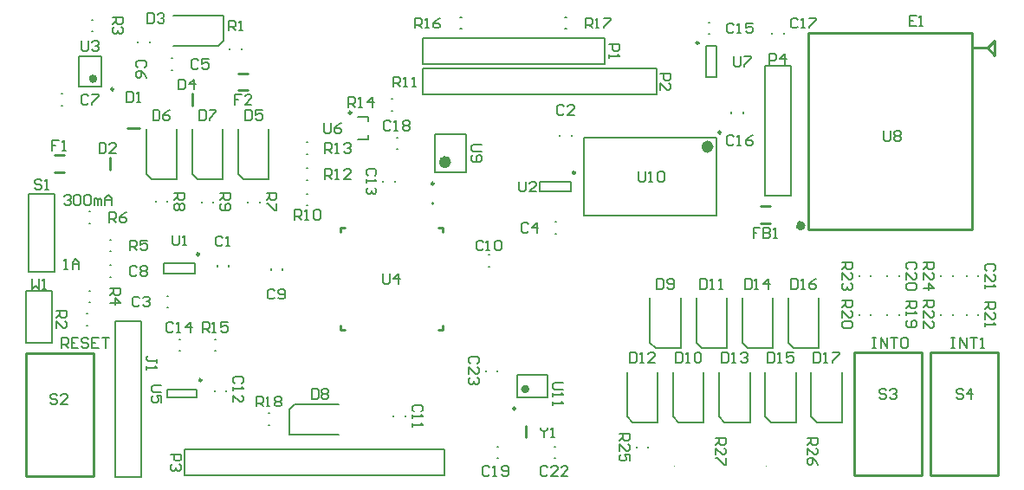
<source format=gto>
G04*
G04 #@! TF.GenerationSoftware,Altium Limited,Altium Designer,21.6.1 (37)*
G04*
G04 Layer_Color=65535*
%FSLAX44Y44*%
%MOMM*%
G71*
G04*
G04 #@! TF.SameCoordinates,E457EF80-1144-4942-8A44-04504F566FFE*
G04*
G04*
G04 #@! TF.FilePolarity,Positive*
G04*
G01*
G75*
%ADD10C,0.2000*%
%ADD11C,0.2500*%
%ADD12C,0.4000*%
%ADD13C,0.6000*%
%ADD14C,0.7620*%
%ADD15C,0.1000*%
%ADD16C,0.2540*%
%ADD17C,0.2032*%
%ADD18C,0.2030*%
D10*
X423500Y290900D02*
G03*
X423500Y290900I-1000J0D01*
G01*
X98500Y405000D02*
Y435000D01*
X76500Y405000D02*
Y435000D01*
Y405000D02*
X98500D01*
X76500Y435000D02*
X98500D01*
X24800Y205200D02*
X50200D01*
Y154400D02*
Y205200D01*
X24800Y154400D02*
X50200D01*
X24800D02*
Y205200D01*
X505000Y101500D02*
X535000D01*
X505000Y123500D02*
X535000D01*
X505000Y101500D02*
Y123500D01*
X535000Y101500D02*
Y123500D01*
X570000Y279500D02*
Y355500D01*
X700000Y279500D02*
Y355500D01*
X570000Y279500D02*
X700000D01*
X570000Y355500D02*
X700000D01*
X455500Y321500D02*
Y358500D01*
X424500Y321500D02*
Y358500D01*
X455500D01*
X424500Y321500D02*
X455500D01*
X700000Y414500D02*
Y445500D01*
X690000Y414500D02*
Y445500D01*
Y414500D02*
X700000D01*
X690000Y445500D02*
X700000D01*
X349250Y376000D02*
X359250D01*
Y371750D02*
Y376000D01*
X349250Y354000D02*
X359250D01*
Y358250D01*
X163000Y101000D02*
X192000D01*
X163000Y109000D02*
X192000D01*
X163000Y101000D02*
Y109000D01*
X192000Y101000D02*
Y109000D01*
X527000Y302500D02*
X558000D01*
X527000Y312500D02*
X558000D01*
X527000Y302500D02*
Y312500D01*
X558000Y302500D02*
Y312500D01*
X159500Y222500D02*
X190500D01*
X159500Y232500D02*
X190500D01*
X159500Y222500D02*
Y232500D01*
X190500Y222500D02*
Y232500D01*
X52700Y224400D02*
Y300600D01*
X27300D02*
X52700D01*
X27300Y224400D02*
Y300600D01*
Y224400D02*
X52700D01*
X621750Y52000D02*
Y53000D01*
X633250Y52000D02*
Y53000D01*
X919250Y219500D02*
Y220500D01*
X930750Y219500D02*
Y220500D01*
X839250Y219500D02*
Y220500D01*
X850750Y219500D02*
Y220500D01*
X919250Y182000D02*
Y183000D01*
X930750Y182000D02*
Y183000D01*
X955750Y182000D02*
Y183000D01*
X944250Y182000D02*
Y183000D01*
X850750Y182000D02*
Y183000D01*
X839250Y182000D02*
Y183000D01*
X878250Y182000D02*
Y183000D01*
X866750Y182000D02*
Y183000D01*
X262000Y85750D02*
X263000D01*
X262000Y74250D02*
X263000D01*
X552000Y461750D02*
X553000D01*
X552000Y473250D02*
X553000D01*
X449500D02*
X450500D01*
X449500Y461750D02*
X450500D01*
X209500Y158250D02*
X210500D01*
X209500Y146750D02*
X210500D01*
X382000Y381750D02*
X383000D01*
X382000Y393250D02*
X383000D01*
X299500Y350750D02*
X300500D01*
X299500Y339250D02*
X300500D01*
X299500Y325750D02*
X300500D01*
X299500Y314250D02*
X300500D01*
X299500Y289250D02*
X300500D01*
X299500Y300750D02*
X300500D01*
X196750Y292000D02*
Y293000D01*
X208250Y292000D02*
Y293000D01*
X151750Y292750D02*
Y293750D01*
X163250Y292750D02*
Y293750D01*
X241750Y292000D02*
Y293000D01*
X253250Y292000D02*
Y293000D01*
X87000Y283250D02*
X88000D01*
X87000Y271750D02*
X88000D01*
X107000Y255750D02*
X108000D01*
X107000Y244250D02*
X108000D01*
X87000Y194250D02*
X88000D01*
X87000Y205750D02*
X88000D01*
X89500Y459250D02*
X90500D01*
X89500Y470750D02*
X90500D01*
X84500Y183250D02*
X85500D01*
X84500Y171750D02*
X85500D01*
X235750Y442000D02*
Y443000D01*
X224250Y442000D02*
Y443000D01*
X747300Y425600D02*
X772700D01*
Y298600D02*
Y425600D01*
X747300Y298600D02*
Y425600D01*
Y298600D02*
X772700D01*
X199350Y50200D02*
X434300D01*
X180300D02*
X199350D01*
X180300Y24800D02*
Y50200D01*
Y24800D02*
X434300D01*
Y50200D01*
X412400Y397300D02*
Y422700D01*
X641000D01*
Y397300D02*
Y422700D01*
X412400Y397300D02*
X641000D01*
X412400Y452700D02*
X590200D01*
X412400Y427300D02*
Y452700D01*
Y427300D02*
X590200D01*
Y452700D01*
X112300Y23200D02*
X137700D01*
X112300Y175600D02*
X137700D01*
Y23200D02*
Y175600D01*
X112300Y23200D02*
Y175600D01*
X474250Y127000D02*
Y128000D01*
X485750Y127000D02*
Y128000D01*
X541250Y41750D02*
X542250D01*
X541250Y53250D02*
X542250D01*
X944250Y219500D02*
Y220500D01*
X955750Y219500D02*
Y220500D01*
X866750Y219500D02*
Y220500D01*
X878250Y219500D02*
Y220500D01*
X485250Y53250D02*
X486250D01*
X485250Y41750D02*
X486250D01*
X387000Y355750D02*
X388000D01*
X387000Y344250D02*
X388000D01*
X754250Y457000D02*
Y458000D01*
X765750Y457000D02*
Y458000D01*
X714250Y379500D02*
Y380500D01*
X725750Y379500D02*
Y380500D01*
X692000Y456750D02*
X693000D01*
X692000Y468250D02*
X693000D01*
X174500Y146750D02*
X175500D01*
X174500Y158250D02*
X175500D01*
X385750Y312000D02*
Y313000D01*
X374250Y312000D02*
Y313000D01*
X209250Y107000D02*
Y108000D01*
X220750Y107000D02*
Y108000D01*
X384250Y82750D02*
Y83750D01*
X395750Y82750D02*
Y83750D01*
X477000Y240750D02*
X478000D01*
X477000Y229250D02*
X478000D01*
X264250Y226250D02*
Y227250D01*
X275750Y226250D02*
Y227250D01*
X107000Y219250D02*
X108000D01*
X107000Y230750D02*
X108000D01*
X59500Y386750D02*
X60500D01*
X59500Y398250D02*
X60500D01*
X145750Y448750D02*
Y449750D01*
X134250Y448750D02*
Y449750D01*
X167500Y421750D02*
X168500D01*
X167500Y433250D02*
X168500D01*
X542000Y273250D02*
X543000D01*
X542000Y261750D02*
X543000D01*
X162750Y200750D02*
X163750D01*
X162750Y189250D02*
X163750D01*
X558250Y357000D02*
Y358000D01*
X546750Y357000D02*
Y358000D01*
X211750Y229500D02*
Y230500D01*
X223250Y229500D02*
Y230500D01*
D11*
X110750Y402750D02*
G03*
X110750Y402750I-1250J0D01*
G01*
X503500Y90500D02*
G03*
X503500Y90500I-1250J0D01*
G01*
X704250Y360500D02*
G03*
X704250Y360500I-1250J0D01*
G01*
X423750Y310500D02*
G03*
X423750Y310500I-1250J0D01*
G01*
X682500Y448000D02*
G03*
X682500Y448000I-1250J0D01*
G01*
X343000Y379750D02*
G03*
X343000Y379750I-1250J0D01*
G01*
X196750Y118250D02*
G03*
X196750Y118250I-1250J0D01*
G01*
X561750Y321250D02*
G03*
X561750Y321250I-1250J0D01*
G01*
X194250Y241250D02*
G03*
X194250Y241250I-1250J0D01*
G01*
D12*
X92500Y413000D02*
G03*
X92500Y413000I-2000J0D01*
G01*
X515000Y109500D02*
G03*
X515000Y109500I-2000J0D01*
G01*
D13*
X694000Y346500D02*
G03*
X694000Y346500I-3000J0D01*
G01*
X437500Y331500D02*
G03*
X437500Y331500I-3000J0D01*
G01*
D14*
X783000Y269229D02*
G03*
X783000Y269229I-1000J0D01*
G01*
D15*
X658712Y34276D02*
G03*
X658712Y34276I-500J0D01*
G01*
X748712D02*
G03*
X748712Y34276I-500J0D01*
G01*
D16*
X24750Y144750D02*
X90750D01*
X24750Y24750D02*
X90750D01*
Y144750D01*
X24750Y24750D02*
Y144750D01*
X428450Y267500D02*
X432500D01*
X332500D02*
X336550D01*
X428450Y167500D02*
X432500D01*
X332500D02*
X336550D01*
X432500Y263450D02*
Y267500D01*
X332500Y263450D02*
Y267500D01*
X432500Y167500D02*
Y171550D01*
X332500Y167500D02*
Y171550D01*
X513732Y62093D02*
Y73093D01*
X950000Y265229D02*
Y458229D01*
X790000Y265229D02*
X950000D01*
X790000D02*
Y458229D01*
X950000D01*
X950000Y443229D02*
X964000D01*
X965000D01*
X972000Y450229D01*
X965000Y443229D02*
X972000Y436230D01*
Y450229D01*
X909250Y25250D02*
X975250D01*
X909250Y145250D02*
X975250D01*
X909250Y25250D02*
Y145250D01*
X975250Y25250D02*
Y145250D01*
X834250Y25250D02*
X900250D01*
X834250Y145250D02*
X900250D01*
X834250Y25250D02*
Y145250D01*
X900250Y25250D02*
Y145250D01*
X743000Y288250D02*
X752000D01*
X743000Y271750D02*
X752000D01*
X232750Y418250D02*
X241750D01*
X232750Y401750D02*
X241750D01*
X53000Y338250D02*
X62000D01*
X53000Y321750D02*
X62000D01*
X187500Y386500D02*
Y398500D01*
X107500Y324000D02*
Y336000D01*
X124000Y365000D02*
X136000D01*
D17*
X797848Y77020D02*
X822500D01*
X792500Y82368D02*
X797848Y77020D01*
X792500Y82368D02*
Y89000D01*
X822500Y77020D02*
Y126000D01*
X792500Y89000D02*
Y126000D01*
X775348Y149520D02*
X800000D01*
X770000Y154868D02*
X775348Y149520D01*
X770000Y154868D02*
Y161500D01*
X800000Y149520D02*
Y198500D01*
X770000Y161500D02*
Y198500D01*
X752848Y77020D02*
X777500D01*
X747500Y82368D02*
X752848Y77020D01*
X747500Y82368D02*
Y89000D01*
X777500Y77020D02*
Y126000D01*
X747500Y89000D02*
Y126000D01*
X730348Y149520D02*
X755000D01*
X725000Y154868D02*
X730348Y149520D01*
X725000Y154868D02*
Y161500D01*
X755000Y149520D02*
Y198500D01*
X725000Y161500D02*
Y198500D01*
X707848Y77020D02*
X732500D01*
X702500Y82368D02*
X707848Y77020D01*
X702500Y82368D02*
Y89000D01*
X732500Y77020D02*
Y126000D01*
X702500Y89000D02*
Y126000D01*
X617848Y77020D02*
X642500D01*
X612500Y82368D02*
X617848Y77020D01*
X612500Y82368D02*
Y89000D01*
X642500Y77020D02*
Y126000D01*
X612500Y89000D02*
Y126000D01*
X685348Y149520D02*
X710000D01*
X680000Y154868D02*
X685348Y149520D01*
X680000Y154868D02*
Y161500D01*
X710000Y149520D02*
Y198500D01*
X680000Y161500D02*
Y198500D01*
X662848Y77020D02*
X687500D01*
X657500Y82368D02*
X662848Y77020D01*
X657500Y82368D02*
Y89000D01*
X687500Y77020D02*
Y126000D01*
X657500Y89000D02*
Y126000D01*
X640348Y149520D02*
X665000D01*
X635000Y154868D02*
X640348Y149520D01*
X635000Y154868D02*
Y161500D01*
X665000Y149520D02*
Y198500D01*
X635000Y161500D02*
Y198500D01*
X282020Y65000D02*
Y89652D01*
X287368Y95000D01*
X294000D01*
X282020Y65000D02*
X331000D01*
X294000Y95000D02*
X331000D01*
X192848Y314520D02*
X217500D01*
X187500Y319868D02*
X192848Y314520D01*
X187500Y319868D02*
Y326500D01*
X217500Y314520D02*
Y363500D01*
X187500Y326500D02*
Y363500D01*
X147848Y314520D02*
X172500D01*
X142500Y319868D02*
X147848Y314520D01*
X142500Y319868D02*
Y326500D01*
X172500Y314520D02*
Y363500D01*
X142500Y326500D02*
Y363500D01*
X237848Y314520D02*
X262500D01*
X232500Y319868D02*
X237848Y314520D01*
X232500Y319868D02*
Y326500D01*
X262500Y314520D02*
Y363500D01*
X232500Y326500D02*
Y363500D01*
X217980Y450348D02*
Y475000D01*
X212632Y445000D02*
X217980Y450348D01*
X206000Y445000D02*
X212632D01*
X169000Y475000D02*
X217980D01*
X169000Y445000D02*
X206000D01*
X55834Y103332D02*
X54168Y104998D01*
X50835D01*
X49169Y103332D01*
Y101666D01*
X50835Y100000D01*
X54168D01*
X55834Y98334D01*
Y96668D01*
X54168Y95002D01*
X50835D01*
X49169Y96668D01*
X65831Y95002D02*
X59166D01*
X65831Y101666D01*
Y103332D01*
X64165Y104998D01*
X60832D01*
X59166Y103332D01*
X110002Y473331D02*
X119998D01*
Y468332D01*
X118332Y466666D01*
X115000D01*
X113334Y468332D01*
Y473331D01*
Y469998D02*
X110002Y466666D01*
X118332Y463334D02*
X119998Y461668D01*
Y458335D01*
X118332Y456669D01*
X116666D01*
X115000Y458335D01*
Y460002D01*
Y458335D01*
X113334Y456669D01*
X111668D01*
X110002Y458335D01*
Y461668D01*
X111668Y463334D01*
X902502Y195829D02*
X912498D01*
Y190831D01*
X910832Y189165D01*
X907500D01*
X905834Y190831D01*
Y195829D01*
Y192497D02*
X902502Y189165D01*
Y179168D02*
Y185832D01*
X909166Y179168D01*
X910832D01*
X912498Y180834D01*
Y184166D01*
X910832Y185832D01*
X902502Y169171D02*
Y175835D01*
X909166Y169171D01*
X910832D01*
X912498Y170837D01*
Y174169D01*
X910832Y175835D01*
X962502Y194163D02*
X972498D01*
Y189165D01*
X970832Y187498D01*
X967500D01*
X965834Y189165D01*
Y194163D01*
Y190831D02*
X962502Y187498D01*
Y177502D02*
Y184166D01*
X969166Y177502D01*
X970832D01*
X972498Y179168D01*
Y182500D01*
X970832Y184166D01*
X962502Y174169D02*
Y170837D01*
Y172503D01*
X972498D01*
X970832Y174169D01*
X822502Y195829D02*
X832498D01*
Y190831D01*
X830832Y189165D01*
X827500D01*
X825834Y190831D01*
Y195829D01*
Y192497D02*
X822502Y189165D01*
Y179168D02*
Y185832D01*
X829166Y179168D01*
X830832D01*
X832498Y180834D01*
Y184166D01*
X830832Y185832D01*
Y175835D02*
X832498Y174169D01*
Y170837D01*
X830832Y169171D01*
X824168D01*
X822502Y170837D01*
Y174169D01*
X824168Y175835D01*
X830832D01*
X885002Y194996D02*
X894998D01*
Y189998D01*
X893332Y188331D01*
X890000D01*
X888334Y189998D01*
Y194996D01*
Y191664D02*
X885002Y188331D01*
Y184999D02*
Y181667D01*
Y183333D01*
X894998D01*
X893332Y184999D01*
X886668Y176668D02*
X885002Y175002D01*
Y171670D01*
X886668Y170004D01*
X893332D01*
X894998Y171670D01*
Y175002D01*
X893332Y176668D01*
X891666D01*
X890000Y175002D01*
Y170004D01*
X96669Y349998D02*
Y340002D01*
X101668D01*
X103334Y341668D01*
Y348332D01*
X101668Y349998D01*
X96669D01*
X113331Y340002D02*
X106666D01*
X113331Y346666D01*
Y348332D01*
X111664Y349998D01*
X108332D01*
X106666Y348332D01*
X57500Y352498D02*
X50835D01*
Y347500D01*
X54168D01*
X50835D01*
Y342502D01*
X60832D02*
X64165D01*
X62498D01*
Y352498D01*
X60832Y350832D01*
X374169Y222498D02*
Y214168D01*
X375835Y212502D01*
X379168D01*
X380834Y214168D01*
Y222498D01*
X389165Y212502D02*
Y222498D01*
X384166Y217500D01*
X390831D01*
X152498Y135000D02*
Y138332D01*
Y136666D01*
X144168D01*
X142502Y138332D01*
Y139998D01*
X144168Y141664D01*
X142502Y131668D02*
Y128336D01*
Y130002D01*
X152498D01*
X150832Y131668D01*
X705004Y144998D02*
Y135002D01*
X710002D01*
X711668Y136668D01*
Y143332D01*
X710002Y144998D01*
X705004D01*
X715001Y135002D02*
X718333D01*
X716667D01*
Y144998D01*
X715001Y143332D01*
X723331D02*
X724998Y144998D01*
X728330D01*
X729996Y143332D01*
Y141666D01*
X728330Y140000D01*
X726664D01*
X728330D01*
X729996Y138334D01*
Y136668D01*
X728330Y135002D01*
X724998D01*
X723331Y136668D01*
X684170Y217498D02*
Y207502D01*
X689169D01*
X690835Y209168D01*
Y215832D01*
X689169Y217498D01*
X684170D01*
X694167Y207502D02*
X697499D01*
X695833D01*
Y217498D01*
X694167Y215832D01*
X702498Y207502D02*
X705830D01*
X704164D01*
Y217498D01*
X702498Y215832D01*
X660004Y144998D02*
Y135002D01*
X665002D01*
X666668Y136668D01*
Y143332D01*
X665002Y144998D01*
X660004D01*
X670001Y135002D02*
X673333D01*
X671667D01*
Y144998D01*
X670001Y143332D01*
X678332D02*
X679998Y144998D01*
X683330D01*
X684996Y143332D01*
Y136668D01*
X683330Y135002D01*
X679998D01*
X678332Y136668D01*
Y143332D01*
X641669Y217498D02*
Y207502D01*
X646668D01*
X648334Y209168D01*
Y215832D01*
X646668Y217498D01*
X641669D01*
X651666Y209168D02*
X653332Y207502D01*
X656665D01*
X658331Y209168D01*
Y215832D01*
X656665Y217498D01*
X653332D01*
X651666Y215832D01*
Y214166D01*
X653332Y212500D01*
X658331D01*
X863169Y362228D02*
Y353897D01*
X864836Y352231D01*
X868168D01*
X869834Y353897D01*
Y362228D01*
X873166Y360562D02*
X874832Y362228D01*
X878165D01*
X879831Y360562D01*
Y358895D01*
X878165Y357229D01*
X879831Y355563D01*
Y353897D01*
X878165Y352231D01*
X874832D01*
X873166Y353897D01*
Y355563D01*
X874832Y357229D01*
X873166Y358895D01*
Y360562D01*
X874832Y357229D02*
X878165D01*
X699002Y61829D02*
X708998D01*
Y56831D01*
X707332Y55164D01*
X704000D01*
X702334Y56831D01*
Y61829D01*
Y58497D02*
X699002Y55164D01*
Y45168D02*
Y51832D01*
X705666Y45168D01*
X707332D01*
X708998Y46834D01*
Y50166D01*
X707332Y51832D01*
X708998Y41835D02*
Y35171D01*
X707332D01*
X700668Y41835D01*
X699002D01*
X789002Y61829D02*
X798998D01*
Y56831D01*
X797332Y55164D01*
X794000D01*
X792334Y56831D01*
Y61829D01*
Y58497D02*
X789002Y55164D01*
Y45168D02*
Y51832D01*
X795666Y45168D01*
X797332D01*
X798998Y46834D01*
Y50166D01*
X797332Y51832D01*
X798998Y35171D02*
X797332Y38503D01*
X794000Y41835D01*
X790668D01*
X789002Y40169D01*
Y36837D01*
X790668Y35171D01*
X792334D01*
X794000Y36837D01*
Y41835D01*
X40000Y313332D02*
X38334Y314998D01*
X35002D01*
X33335Y313332D01*
Y311666D01*
X35002Y310000D01*
X38334D01*
X40000Y308334D01*
Y306668D01*
X38334Y305002D01*
X35002D01*
X33335Y306668D01*
X43332Y305002D02*
X46665D01*
X44998D01*
Y314998D01*
X43332Y313332D01*
X174169Y412498D02*
Y402502D01*
X179168D01*
X180834Y404168D01*
Y410832D01*
X179168Y412498D01*
X174169D01*
X189165Y402502D02*
Y412498D01*
X184166Y407500D01*
X190831D01*
X123336Y399998D02*
Y390002D01*
X128334D01*
X130000Y391668D01*
Y398332D01*
X128334Y399998D01*
X123336D01*
X133332Y390002D02*
X136664D01*
X134998D01*
Y399998D01*
X133332Y398332D01*
X742502Y267498D02*
X735837D01*
Y262500D01*
X739169D01*
X735837D01*
Y257502D01*
X745834Y267498D02*
Y257502D01*
X750832D01*
X752498Y259168D01*
Y260834D01*
X750832Y262500D01*
X745834D01*
X750832D01*
X752498Y264166D01*
Y265832D01*
X750832Y267498D01*
X745834D01*
X755831Y257502D02*
X759163D01*
X757497D01*
Y267498D01*
X755831Y265832D01*
X605002Y65829D02*
X614998D01*
Y60831D01*
X613332Y59165D01*
X610000D01*
X608334Y60831D01*
Y65829D01*
Y62497D02*
X605002Y59165D01*
Y49168D02*
Y55832D01*
X611666Y49168D01*
X613332D01*
X614998Y50834D01*
Y54166D01*
X613332Y55832D01*
X614998Y39171D02*
Y45835D01*
X610000D01*
X611666Y42503D01*
Y40837D01*
X610000Y39171D01*
X606668D01*
X605002Y40837D01*
Y44169D01*
X606668Y45835D01*
X902502Y233329D02*
X912498D01*
Y228331D01*
X910832Y226665D01*
X907500D01*
X905834Y228331D01*
Y233329D01*
Y229997D02*
X902502Y226665D01*
Y216668D02*
Y223332D01*
X909166Y216668D01*
X910832D01*
X912498Y218334D01*
Y221666D01*
X910832Y223332D01*
X902502Y208337D02*
X912498D01*
X907500Y213335D01*
Y206671D01*
X822502Y233329D02*
X832498D01*
Y228331D01*
X830832Y226665D01*
X827500D01*
X825834Y228331D01*
Y233329D01*
Y229997D02*
X822502Y226665D01*
Y216668D02*
Y223332D01*
X829166Y216668D01*
X830832D01*
X832498Y218334D01*
Y221666D01*
X830832Y223332D01*
Y213335D02*
X832498Y211669D01*
Y208337D01*
X830832Y206671D01*
X829166D01*
X827500Y208337D01*
Y210003D01*
Y208337D01*
X825834Y206671D01*
X824168D01*
X822502Y208337D01*
Y211669D01*
X824168Y213335D01*
X250004Y92502D02*
Y102498D01*
X255002D01*
X256669Y100832D01*
Y97500D01*
X255002Y95834D01*
X250004D01*
X253336D02*
X256669Y92502D01*
X260001D02*
X263333D01*
X261667D01*
Y102498D01*
X260001Y100832D01*
X268332D02*
X269998Y102498D01*
X273330D01*
X274996Y100832D01*
Y99166D01*
X273330Y97500D01*
X274996Y95834D01*
Y94168D01*
X273330Y92502D01*
X269998D01*
X268332Y94168D01*
Y95834D01*
X269998Y97500D01*
X268332Y99166D01*
Y100832D01*
X269998Y97500D02*
X273330D01*
X197504Y165002D02*
Y174998D01*
X202502D01*
X204169Y173332D01*
Y170000D01*
X202502Y168334D01*
X197504D01*
X200836D02*
X204169Y165002D01*
X207501D02*
X210833D01*
X209167D01*
Y174998D01*
X207501Y173332D01*
X222496Y174998D02*
X215832D01*
Y170000D01*
X219164Y171666D01*
X220830D01*
X222496Y170000D01*
Y166668D01*
X220830Y165002D01*
X217498D01*
X215832Y166668D01*
X571754Y462502D02*
Y472498D01*
X576752D01*
X578419Y470832D01*
Y467500D01*
X576752Y465834D01*
X571754D01*
X575086D02*
X578419Y462502D01*
X581751D02*
X585083D01*
X583417D01*
Y472498D01*
X581751Y470832D01*
X590081Y472498D02*
X596746D01*
Y470832D01*
X590081Y464168D01*
Y462502D01*
X405004D02*
Y472498D01*
X410002D01*
X411669Y470832D01*
Y467500D01*
X410002Y465834D01*
X405004D01*
X408336D02*
X411669Y462502D01*
X415001D02*
X418333D01*
X416667D01*
Y472498D01*
X415001Y470832D01*
X429996Y472498D02*
X426664Y470832D01*
X423331Y467500D01*
Y464168D01*
X424998Y462502D01*
X428330D01*
X429996Y464168D01*
Y465834D01*
X428330Y467500D01*
X423331D01*
X340004Y385002D02*
Y394998D01*
X345002D01*
X346669Y393332D01*
Y390000D01*
X345002Y388334D01*
X340004D01*
X343336D02*
X346669Y385002D01*
X350001D02*
X353333D01*
X351667D01*
Y394998D01*
X350001Y393332D01*
X363330Y385002D02*
Y394998D01*
X358331Y390000D01*
X364996D01*
X317504Y340002D02*
Y349998D01*
X322502D01*
X324169Y348332D01*
Y345000D01*
X322502Y343334D01*
X317504D01*
X320836D02*
X324169Y340002D01*
X327501D02*
X330833D01*
X329167D01*
Y349998D01*
X327501Y348332D01*
X335831D02*
X337498Y349998D01*
X340830D01*
X342496Y348332D01*
Y346666D01*
X340830Y345000D01*
X339164D01*
X340830D01*
X342496Y343334D01*
Y341668D01*
X340830Y340002D01*
X337498D01*
X335831Y341668D01*
X317504Y315002D02*
Y324998D01*
X322502D01*
X324169Y323332D01*
Y320000D01*
X322502Y318334D01*
X317504D01*
X320836D02*
X324169Y315002D01*
X327501D02*
X330833D01*
X329167D01*
Y324998D01*
X327501Y323332D01*
X342496Y315002D02*
X335831D01*
X342496Y321666D01*
Y323332D01*
X340830Y324998D01*
X337498D01*
X335831Y323332D01*
X287504Y275002D02*
Y284998D01*
X292502D01*
X294169Y283332D01*
Y280000D01*
X292502Y278334D01*
X287504D01*
X290836D02*
X294169Y275002D01*
X297501D02*
X300833D01*
X299167D01*
Y284998D01*
X297501Y283332D01*
X305832D02*
X307498Y284998D01*
X310830D01*
X312496Y283332D01*
Y276668D01*
X310830Y275002D01*
X307498D01*
X305832Y276668D01*
Y283332D01*
X107502Y208331D02*
X117498D01*
Y203332D01*
X115832Y201666D01*
X112500D01*
X110834Y203332D01*
Y208331D01*
Y204998D02*
X107502Y201666D01*
Y193335D02*
X117498D01*
X112500Y198334D01*
Y191669D01*
X215002Y300831D02*
X224998D01*
Y295832D01*
X223332Y294166D01*
X220000D01*
X218334Y295832D01*
Y300831D01*
Y297498D02*
X215002Y294166D01*
X216668Y290834D02*
X215002Y289168D01*
Y285835D01*
X216668Y284169D01*
X223332D01*
X224998Y285835D01*
Y289168D01*
X223332Y290834D01*
X221666D01*
X220000Y289168D01*
Y284169D01*
X170002Y300831D02*
X179998D01*
Y295832D01*
X178332Y294166D01*
X175000D01*
X173334Y295832D01*
Y300831D01*
Y297498D02*
X170002Y294166D01*
X178332Y290834D02*
X179998Y289168D01*
Y285835D01*
X178332Y284169D01*
X176666D01*
X175000Y285835D01*
X173334Y284169D01*
X171668D01*
X170002Y285835D01*
Y289168D01*
X171668Y290834D01*
X173334D01*
X175000Y289168D01*
X176666Y290834D01*
X178332D01*
X175000Y289168D02*
Y285835D01*
X260002Y300831D02*
X269998D01*
Y295832D01*
X268332Y294166D01*
X265000D01*
X263334Y295832D01*
Y300831D01*
Y297498D02*
X260002Y294166D01*
X269998Y290834D02*
Y284169D01*
X268332D01*
X261668Y290834D01*
X260002D01*
X55002Y185831D02*
X64998D01*
Y180832D01*
X63332Y179166D01*
X60000D01*
X58334Y180832D01*
Y185831D01*
Y182498D02*
X55002Y179166D01*
Y169169D02*
Y175834D01*
X61666Y169169D01*
X63332D01*
X64998Y170835D01*
Y174168D01*
X63332Y175834D01*
X106669Y272502D02*
Y282498D01*
X111668D01*
X113334Y280832D01*
Y277500D01*
X111668Y275834D01*
X106669D01*
X110002D02*
X113334Y272502D01*
X123331Y282498D02*
X119998Y280832D01*
X116666Y277500D01*
Y274168D01*
X118332Y272502D01*
X121664D01*
X123331Y274168D01*
Y275834D01*
X121664Y277500D01*
X116666D01*
X126669Y245002D02*
Y254998D01*
X131668D01*
X133334Y253332D01*
Y250000D01*
X131668Y248334D01*
X126669D01*
X130002D02*
X133334Y245002D01*
X143331Y254998D02*
X136666D01*
Y250000D01*
X139998Y251666D01*
X141664D01*
X143331Y250000D01*
Y246668D01*
X141664Y245002D01*
X138332D01*
X136666Y246668D01*
X223335Y460002D02*
Y469998D01*
X228334D01*
X230000Y468332D01*
Y465000D01*
X228334Y463334D01*
X223335D01*
X226668D02*
X230000Y460002D01*
X233332D02*
X236665D01*
X234998D01*
Y469998D01*
X233332Y468332D01*
X795004Y144998D02*
Y135002D01*
X800002D01*
X801669Y136668D01*
Y143332D01*
X800002Y144998D01*
X795004D01*
X805001Y135002D02*
X808333D01*
X806667D01*
Y144998D01*
X805001Y143332D01*
X813332Y144998D02*
X819996D01*
Y143332D01*
X813332Y136668D01*
Y135002D01*
X772504Y217498D02*
Y207502D01*
X777502D01*
X779168Y209168D01*
Y215832D01*
X777502Y217498D01*
X772504D01*
X782501Y207502D02*
X785833D01*
X784167D01*
Y217498D01*
X782501Y215832D01*
X797496Y217498D02*
X794164Y215832D01*
X790832Y212500D01*
Y209168D01*
X792498Y207502D01*
X795830D01*
X797496Y209168D01*
Y210834D01*
X795830Y212500D01*
X790832D01*
X750004Y144998D02*
Y135002D01*
X755002D01*
X756668Y136668D01*
Y143332D01*
X755002Y144998D01*
X750004D01*
X760001Y135002D02*
X763333D01*
X761667D01*
Y144998D01*
X760001Y143332D01*
X774996Y144998D02*
X768332D01*
Y140000D01*
X771664Y141666D01*
X773330D01*
X774996Y140000D01*
Y136668D01*
X773330Y135002D01*
X769998D01*
X768332Y136668D01*
X727504Y217498D02*
Y207502D01*
X732502D01*
X734168Y209168D01*
Y215832D01*
X732502Y217498D01*
X727504D01*
X737501Y207502D02*
X740833D01*
X739167D01*
Y217498D01*
X737501Y215832D01*
X750830Y207502D02*
Y217498D01*
X745832Y212500D01*
X752496D01*
X615004Y144998D02*
Y135002D01*
X620002D01*
X621669Y136668D01*
Y143332D01*
X620002Y144998D01*
X615004D01*
X625001Y135002D02*
X628333D01*
X626667D01*
Y144998D01*
X625001Y143332D01*
X639996Y135002D02*
X633331D01*
X639996Y141666D01*
Y143332D01*
X638330Y144998D01*
X634998D01*
X633331Y143332D01*
X304169Y109998D02*
Y100002D01*
X309168D01*
X310834Y101668D01*
Y108332D01*
X309168Y109998D01*
X304169D01*
X314166Y108332D02*
X315832Y109998D01*
X319165D01*
X320831Y108332D01*
Y106666D01*
X319165Y105000D01*
X320831Y103334D01*
Y101668D01*
X319165Y100002D01*
X315832D01*
X314166Y101668D01*
Y103334D01*
X315832Y105000D01*
X314166Y106666D01*
Y108332D01*
X315832Y105000D02*
X319165D01*
X194169Y382498D02*
Y372502D01*
X199168D01*
X200834Y374168D01*
Y380832D01*
X199168Y382498D01*
X194169D01*
X204166D02*
X210831D01*
Y380832D01*
X204166Y374168D01*
Y372502D01*
X149169Y382498D02*
Y372502D01*
X154168D01*
X155834Y374168D01*
Y380832D01*
X154168Y382498D01*
X149169D01*
X165831D02*
X162498Y380832D01*
X159166Y377500D01*
Y374168D01*
X160832Y372502D01*
X164165D01*
X165831Y374168D01*
Y375834D01*
X164165Y377500D01*
X159166D01*
X239169Y382498D02*
Y372502D01*
X244168D01*
X245834Y374168D01*
Y380832D01*
X244168Y382498D01*
X239169D01*
X255831D02*
X249166D01*
Y377500D01*
X252498Y379166D01*
X254165D01*
X255831Y377500D01*
Y374168D01*
X254165Y372502D01*
X250832D01*
X249166Y374168D01*
X143419Y477498D02*
Y467502D01*
X148418D01*
X150084Y469168D01*
Y475832D01*
X148418Y477498D01*
X143419D01*
X153416Y475832D02*
X155082Y477498D01*
X158414D01*
X160081Y475832D01*
Y474166D01*
X158414Y472500D01*
X156748D01*
X158414D01*
X160081Y470834D01*
Y469168D01*
X158414Y467502D01*
X155082D01*
X153416Y469168D01*
X384170Y405002D02*
Y414998D01*
X389169D01*
X390835Y413332D01*
Y410000D01*
X389169Y408334D01*
X384170D01*
X387502D02*
X390835Y405002D01*
X394167D02*
X397499D01*
X395833D01*
Y414998D01*
X394167Y413332D01*
X402498Y405002D02*
X405830D01*
X404164D01*
Y414998D01*
X402498Y413332D01*
X465832Y134164D02*
X467498Y135831D01*
Y139163D01*
X465832Y140829D01*
X459168D01*
X457502Y139163D01*
Y135831D01*
X459168Y134164D01*
X457502Y124168D02*
Y130832D01*
X464166Y124168D01*
X465832D01*
X467498Y125834D01*
Y129166D01*
X465832Y130832D01*
Y120835D02*
X467498Y119169D01*
Y115837D01*
X465832Y114171D01*
X464166D01*
X462500Y115837D01*
Y117503D01*
Y115837D01*
X460834Y114171D01*
X459168D01*
X457502Y115837D01*
Y119169D01*
X459168Y120835D01*
X534585Y32832D02*
X532919Y34499D01*
X529587D01*
X527921Y32832D01*
Y26168D01*
X529587Y24502D01*
X532919D01*
X534585Y26168D01*
X544582Y24502D02*
X537918D01*
X544582Y31166D01*
Y32832D01*
X542916Y34499D01*
X539584D01*
X537918Y32832D01*
X554579Y24502D02*
X547915D01*
X554579Y31166D01*
Y32832D01*
X552913Y34499D01*
X549581D01*
X547915Y32832D01*
X970832Y224998D02*
X972498Y226665D01*
Y229997D01*
X970832Y231663D01*
X964168D01*
X962502Y229997D01*
Y226665D01*
X964168Y224998D01*
X962502Y215002D02*
Y221666D01*
X969166Y215002D01*
X970832D01*
X972498Y216668D01*
Y220000D01*
X970832Y221666D01*
X962502Y211669D02*
Y208337D01*
Y210003D01*
X972498D01*
X970832Y211669D01*
X893332Y226665D02*
X894998Y228331D01*
Y231663D01*
X893332Y233329D01*
X886668D01*
X885002Y231663D01*
Y228331D01*
X886668Y226665D01*
X885002Y216668D02*
Y223332D01*
X891666Y216668D01*
X893332D01*
X894998Y218334D01*
Y221666D01*
X893332Y223332D01*
Y213335D02*
X894998Y211669D01*
Y208337D01*
X893332Y206671D01*
X886668D01*
X885002Y208337D01*
Y211669D01*
X886668Y213335D01*
X893332D01*
X477919Y32832D02*
X476252Y34499D01*
X472920D01*
X471254Y32832D01*
Y26168D01*
X472920Y24502D01*
X476252D01*
X477919Y26168D01*
X481251Y24502D02*
X484583D01*
X482917D01*
Y34499D01*
X481251Y32832D01*
X489581Y26168D02*
X491248Y24502D01*
X494580D01*
X496246Y26168D01*
Y32832D01*
X494580Y34499D01*
X491248D01*
X489581Y32832D01*
Y31166D01*
X491248Y29500D01*
X496246D01*
X779168Y470832D02*
X777502Y472498D01*
X774170D01*
X772504Y470832D01*
Y464168D01*
X774170Y462502D01*
X777502D01*
X779168Y464168D01*
X782501Y462502D02*
X785833D01*
X784167D01*
Y472498D01*
X782501Y470832D01*
X790832Y472498D02*
X797496D01*
Y470832D01*
X790832Y464168D01*
Y462502D01*
X716668Y355832D02*
X715002Y357498D01*
X711670D01*
X710004Y355832D01*
Y349168D01*
X711670Y347502D01*
X715002D01*
X716668Y349168D01*
X720001Y347502D02*
X723333D01*
X721667D01*
Y357498D01*
X720001Y355832D01*
X734996Y357498D02*
X731664Y355832D01*
X728332Y352500D01*
Y349168D01*
X729998Y347502D01*
X733330D01*
X734996Y349168D01*
Y350834D01*
X733330Y352500D01*
X728332D01*
X381669Y370832D02*
X380002Y372498D01*
X376670D01*
X375004Y370832D01*
Y364168D01*
X376670Y362502D01*
X380002D01*
X381669Y364168D01*
X385001Y362502D02*
X388333D01*
X386667D01*
Y372498D01*
X385001Y370832D01*
X393331D02*
X394998Y372498D01*
X398330D01*
X399996Y370832D01*
Y369166D01*
X398330Y367500D01*
X399996Y365834D01*
Y364168D01*
X398330Y362502D01*
X394998D01*
X393331Y364168D01*
Y365834D01*
X394998Y367500D01*
X393331Y369166D01*
Y370832D01*
X394998Y367500D02*
X398330D01*
X716668Y465832D02*
X715002Y467498D01*
X711670D01*
X710004Y465832D01*
Y459168D01*
X711670Y457502D01*
X715002D01*
X716668Y459168D01*
X720001Y457502D02*
X723333D01*
X721667D01*
Y467498D01*
X720001Y465832D01*
X734996Y467498D02*
X728332D01*
Y462500D01*
X731664Y464166D01*
X733330D01*
X734996Y462500D01*
Y459168D01*
X733330Y457502D01*
X729998D01*
X728332Y459168D01*
X169168Y173332D02*
X167502Y174998D01*
X164170D01*
X162504Y173332D01*
Y166668D01*
X164170Y165002D01*
X167502D01*
X169168Y166668D01*
X172501Y165002D02*
X175833D01*
X174167D01*
Y174998D01*
X172501Y173332D01*
X185830Y165002D02*
Y174998D01*
X180832Y170000D01*
X187496D01*
X235832Y115082D02*
X237498Y116748D01*
Y120080D01*
X235832Y121746D01*
X229168D01*
X227502Y120080D01*
Y116748D01*
X229168Y115082D01*
X227502Y111749D02*
Y108417D01*
Y110083D01*
X237498D01*
X235832Y111749D01*
X227502Y96754D02*
Y103419D01*
X234166Y96754D01*
X235832D01*
X237498Y98420D01*
Y101752D01*
X235832Y103419D01*
X365832Y318331D02*
X367498Y319998D01*
Y323330D01*
X365832Y324996D01*
X359168D01*
X357502Y323330D01*
Y319998D01*
X359168Y318331D01*
X357502Y314999D02*
Y311667D01*
Y313333D01*
X367498D01*
X365832Y314999D01*
Y306668D02*
X367498Y305002D01*
Y301670D01*
X365832Y300004D01*
X364166D01*
X362500Y301670D01*
Y303336D01*
Y301670D01*
X360834Y300004D01*
X359168D01*
X357502Y301670D01*
Y305002D01*
X359168Y306668D01*
X410832Y87415D02*
X412498Y89081D01*
Y92414D01*
X410832Y94080D01*
X404168D01*
X402502Y92414D01*
Y89081D01*
X404168Y87415D01*
X402502Y84083D02*
Y80751D01*
Y82417D01*
X412498D01*
X410832Y84083D01*
X402502Y75752D02*
Y72420D01*
Y74086D01*
X412498D01*
X410832Y75752D01*
X471669Y253332D02*
X470002Y254998D01*
X466670D01*
X465004Y253332D01*
Y246668D01*
X466670Y245002D01*
X470002D01*
X471669Y246668D01*
X475001Y245002D02*
X478333D01*
X476667D01*
Y254998D01*
X475001Y253332D01*
X483331D02*
X484998Y254998D01*
X488330D01*
X489996Y253332D01*
Y246668D01*
X488330Y245002D01*
X484998D01*
X483331Y246668D01*
Y253332D01*
X268334Y205832D02*
X266668Y207498D01*
X263335D01*
X261669Y205832D01*
Y199168D01*
X263335Y197502D01*
X266668D01*
X268334Y199168D01*
X271666D02*
X273332Y197502D01*
X276665D01*
X278331Y199168D01*
Y205832D01*
X276665Y207498D01*
X273332D01*
X271666Y205832D01*
Y204166D01*
X273332Y202500D01*
X278331D01*
X133334Y228332D02*
X131668Y229998D01*
X128336D01*
X126669Y228332D01*
Y221668D01*
X128336Y220002D01*
X131668D01*
X133334Y221668D01*
X136666Y228332D02*
X138332Y229998D01*
X141664D01*
X143331Y228332D01*
Y226666D01*
X141664Y225000D01*
X143331Y223334D01*
Y221668D01*
X141664Y220002D01*
X138332D01*
X136666Y221668D01*
Y223334D01*
X138332Y225000D01*
X136666Y226666D01*
Y228332D01*
X138332Y225000D02*
X141664D01*
X85834Y395832D02*
X84168Y397498D01*
X80836D01*
X79169Y395832D01*
Y389168D01*
X80836Y387502D01*
X84168D01*
X85834Y389168D01*
X89166Y397498D02*
X95831D01*
Y395832D01*
X89166Y389168D01*
Y387502D01*
X140832Y424166D02*
X142498Y425832D01*
Y429165D01*
X140832Y430831D01*
X134168D01*
X132502Y429165D01*
Y425832D01*
X134168Y424166D01*
X142498Y414169D02*
X140832Y417502D01*
X137500Y420834D01*
X134168D01*
X132502Y419168D01*
Y415835D01*
X134168Y414169D01*
X135834D01*
X137500Y415835D01*
Y420834D01*
X193334Y430832D02*
X191668Y432498D01*
X188335D01*
X186669Y430832D01*
Y424168D01*
X188335Y422502D01*
X191668D01*
X193334Y424168D01*
X203331Y432498D02*
X196666D01*
Y427500D01*
X199998Y429166D01*
X201665D01*
X203331Y427500D01*
Y424168D01*
X201665Y422502D01*
X198332D01*
X196666Y424168D01*
X515834Y270832D02*
X514168Y272498D01*
X510835D01*
X509169Y270832D01*
Y264168D01*
X510835Y262502D01*
X514168D01*
X515834Y264168D01*
X524165Y262502D02*
Y272498D01*
X519166Y267500D01*
X525831D01*
X135834Y198332D02*
X134168Y199998D01*
X130836D01*
X129169Y198332D01*
Y191668D01*
X130836Y190002D01*
X134168D01*
X135834Y191668D01*
X139166Y198332D02*
X140832Y199998D01*
X144164D01*
X145831Y198332D01*
Y196666D01*
X144164Y195000D01*
X142498D01*
X144164D01*
X145831Y193334D01*
Y191668D01*
X144164Y190002D01*
X140832D01*
X139166Y191668D01*
X550834Y385832D02*
X549168Y387498D01*
X545835D01*
X544169Y385832D01*
Y379168D01*
X545835Y377502D01*
X549168D01*
X550834Y379168D01*
X560831Y377502D02*
X554166D01*
X560831Y384166D01*
Y385832D01*
X559165Y387498D01*
X555832D01*
X554166Y385832D01*
X217500Y257582D02*
X215834Y259248D01*
X212502D01*
X210835Y257582D01*
Y250918D01*
X212502Y249252D01*
X215834D01*
X217500Y250918D01*
X220832Y249252D02*
X224165D01*
X222498D01*
Y259248D01*
X220832Y257582D01*
X316669Y369998D02*
Y361668D01*
X318335Y360002D01*
X321668D01*
X323334Y361668D01*
Y369998D01*
X333331D02*
X329998Y368332D01*
X326666Y365000D01*
Y361668D01*
X328332Y360002D01*
X331665D01*
X333331Y361668D01*
Y363334D01*
X331665Y365000D01*
X326666D01*
X157498Y113331D02*
X149168D01*
X147502Y111664D01*
Y108332D01*
X149168Y106666D01*
X157498D01*
Y96669D02*
Y103334D01*
X152500D01*
X154166Y100001D01*
Y98335D01*
X152500Y96669D01*
X149168D01*
X147502Y98335D01*
Y101668D01*
X149168Y103334D01*
X469998Y348331D02*
X461668D01*
X460002Y346665D01*
Y343332D01*
X461668Y341666D01*
X469998D01*
X461668Y338334D02*
X460002Y336668D01*
Y333335D01*
X461668Y331669D01*
X468332D01*
X469998Y333335D01*
Y336668D01*
X468332Y338334D01*
X466666D01*
X465000Y336668D01*
Y331669D01*
X549998Y115830D02*
X541668D01*
X540002Y114164D01*
Y110831D01*
X541668Y109165D01*
X549998D01*
X540002Y105833D02*
Y102501D01*
Y104167D01*
X549998D01*
X548332Y105833D01*
X540002Y97502D02*
Y94170D01*
Y95836D01*
X549998D01*
X548332Y97502D01*
X528317Y72091D02*
Y70425D01*
X531650Y67093D01*
X534982Y70425D01*
Y72091D01*
X531650Y67093D02*
Y62095D01*
X538314D02*
X541646D01*
X539980D01*
Y72091D01*
X538314Y70425D01*
X30835Y217498D02*
Y207502D01*
X34168Y210834D01*
X37500Y207502D01*
Y217498D01*
X40832Y207502D02*
X44165D01*
X42498D01*
Y217498D01*
X40832Y215832D01*
X716669Y434998D02*
Y426668D01*
X718335Y425002D01*
X721668D01*
X723334Y426668D01*
Y434998D01*
X726666D02*
X733331D01*
Y433332D01*
X726666Y426668D01*
Y425002D01*
X506669Y312498D02*
Y304168D01*
X508335Y302502D01*
X511668D01*
X513334Y304168D01*
Y312498D01*
X523331Y302502D02*
X516666D01*
X523331Y309166D01*
Y310832D01*
X521665Y312498D01*
X518332D01*
X516666Y310832D01*
X168335Y259998D02*
Y251668D01*
X170002Y250002D01*
X173334D01*
X175000Y251668D01*
Y259998D01*
X178332Y250002D02*
X181665D01*
X179998D01*
Y259998D01*
X178332Y258332D01*
X940834Y108332D02*
X939168Y109998D01*
X935835D01*
X934169Y108332D01*
Y106666D01*
X935835Y105000D01*
X939168D01*
X940834Y103334D01*
Y101668D01*
X939168Y100002D01*
X935835D01*
X934169Y101668D01*
X949165Y100002D02*
Y109998D01*
X944166Y105000D01*
X950831D01*
X865834Y108332D02*
X864168Y109998D01*
X860835D01*
X859169Y108332D01*
Y106666D01*
X860835Y105000D01*
X864168D01*
X865834Y103334D01*
Y101668D01*
X864168Y100002D01*
X860835D01*
X859169Y101668D01*
X869166Y108332D02*
X870832Y109998D01*
X874165D01*
X875831Y108332D01*
Y106666D01*
X874165Y105000D01*
X872498D01*
X874165D01*
X875831Y103334D01*
Y101668D01*
X874165Y100002D01*
X870832D01*
X869166Y101668D01*
X623774Y322168D02*
Y313838D01*
X625440Y312172D01*
X628772D01*
X630438Y313838D01*
Y322168D01*
X633771Y312172D02*
X637103D01*
X635437D01*
Y322168D01*
X633771Y320502D01*
X642101D02*
X643768Y322168D01*
X647100D01*
X648766Y320502D01*
Y313838D01*
X647100Y312172D01*
X643768D01*
X642101Y313838D01*
Y320502D01*
X79169Y449998D02*
Y441668D01*
X80836Y440002D01*
X84168D01*
X85834Y441668D01*
Y449998D01*
X89166Y448332D02*
X90832Y449998D01*
X94164D01*
X95831Y448332D01*
Y446666D01*
X94164Y445000D01*
X92498D01*
X94164D01*
X95831Y443334D01*
Y441668D01*
X94164Y440002D01*
X90832D01*
X89166Y441668D01*
X645002Y418331D02*
X654998D01*
Y413332D01*
X653332Y411666D01*
X650000D01*
X648334Y413332D01*
Y418331D01*
X645002Y401669D02*
Y408334D01*
X651666Y401669D01*
X653332D01*
X654998Y403335D01*
Y406668D01*
X653332Y408334D01*
X595002Y446665D02*
X604998D01*
Y441666D01*
X603332Y440000D01*
X600000D01*
X598334Y441666D01*
Y446665D01*
X595002Y436668D02*
Y433335D01*
Y435002D01*
X604998D01*
X603332Y436668D01*
X235584Y397498D02*
X228919D01*
Y392500D01*
X232252D01*
X228919D01*
Y387502D01*
X245581D02*
X238916D01*
X245581Y394166D01*
Y395832D01*
X243915Y397498D01*
X240582D01*
X238916Y395832D01*
X895000Y474998D02*
X888335D01*
Y465002D01*
X895000D01*
X888335Y470000D02*
X891668D01*
X898332Y465002D02*
X901665D01*
X899998D01*
Y474998D01*
X898332Y473332D01*
X751669Y427502D02*
Y437498D01*
X756668D01*
X758334Y435832D01*
Y432500D01*
X756668Y430834D01*
X751669D01*
X766665Y427502D02*
Y437498D01*
X761666Y432500D01*
X768331D01*
X166202Y45831D02*
X176198D01*
Y40832D01*
X174532Y39166D01*
X171200D01*
X169534Y40832D01*
Y45831D01*
X174532Y35834D02*
X176198Y34168D01*
Y30835D01*
X174532Y29169D01*
X172866D01*
X171200Y30835D01*
Y32502D01*
Y30835D01*
X169534Y29169D01*
X167868D01*
X166202Y30835D01*
Y34168D01*
X167868Y35834D01*
D18*
X59530Y149530D02*
Y159527D01*
X64528D01*
X66195Y157861D01*
Y154528D01*
X64528Y152862D01*
X59530D01*
X62862D02*
X66195Y149530D01*
X76191Y159527D02*
X69527D01*
Y149530D01*
X76191D01*
X69527Y154528D02*
X72859D01*
X86188Y157861D02*
X84522Y159527D01*
X81190D01*
X79524Y157861D01*
Y156194D01*
X81190Y154528D01*
X84522D01*
X86188Y152862D01*
Y151196D01*
X84522Y149530D01*
X81190D01*
X79524Y151196D01*
X96185Y159527D02*
X89520D01*
Y149530D01*
X96185D01*
X89520Y154528D02*
X92853D01*
X99517Y159527D02*
X106182D01*
X102849D01*
Y149530D01*
X852030Y159527D02*
X855362D01*
X853696D01*
Y149530D01*
X852030D01*
X855362D01*
X860361D02*
Y159527D01*
X867025Y149530D01*
Y159527D01*
X870357D02*
X877022D01*
X873690D01*
Y149530D01*
X880354Y157861D02*
X882020Y159527D01*
X885353D01*
X887019Y157861D01*
Y151196D01*
X885353Y149530D01*
X882020D01*
X880354Y151196D01*
Y157861D01*
X929530Y159527D02*
X932862D01*
X931196D01*
Y149530D01*
X929530D01*
X932862D01*
X937861D02*
Y159527D01*
X944525Y149530D01*
Y159527D01*
X947857D02*
X954522D01*
X951190D01*
Y149530D01*
X957854D02*
X961186D01*
X959520D01*
Y159527D01*
X957854Y157861D01*
X62030Y227030D02*
X65362D01*
X63696D01*
Y237027D01*
X62030Y235361D01*
X70361Y227030D02*
Y233694D01*
X73693Y237027D01*
X77025Y233694D01*
Y227030D01*
Y232028D01*
X70361D01*
X62030Y297861D02*
X63696Y299527D01*
X67028D01*
X68695Y297861D01*
Y296194D01*
X67028Y294528D01*
X65362D01*
X67028D01*
X68695Y292862D01*
Y291196D01*
X67028Y289530D01*
X63696D01*
X62030Y291196D01*
X72027Y297861D02*
X73693Y299527D01*
X77025D01*
X78691Y297861D01*
Y291196D01*
X77025Y289530D01*
X73693D01*
X72027Y291196D01*
Y297861D01*
X82023D02*
X83690Y299527D01*
X87022D01*
X88688Y297861D01*
Y291196D01*
X87022Y289530D01*
X83690D01*
X82023Y291196D01*
Y297861D01*
X92020Y289530D02*
Y296194D01*
X93687D01*
X95353Y294528D01*
Y289530D01*
Y294528D01*
X97019Y296194D01*
X98685Y294528D01*
Y289530D01*
X102017D02*
Y296194D01*
X105349Y299527D01*
X108682Y296194D01*
Y289530D01*
Y294528D01*
X102017D01*
M02*

</source>
